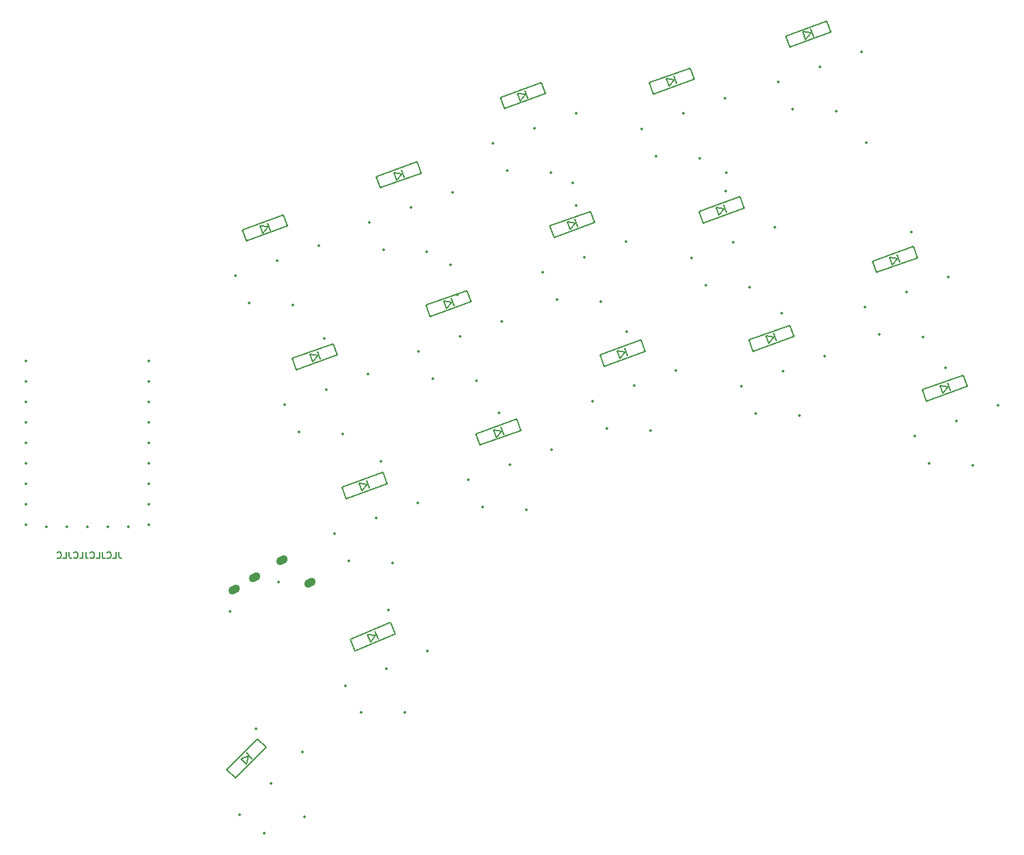
<source format=gbo>
%TF.GenerationSoftware,KiCad,Pcbnew,(6.0.11)*%
%TF.CreationDate,2024-04-13T23:14:31+09:00*%
%TF.ProjectId,haqua34_right,68617175-6133-4345-9f72-696768742e6b,rev?*%
%TF.SameCoordinates,Original*%
%TF.FileFunction,Legend,Bot*%
%TF.FilePolarity,Positive*%
%FSLAX46Y46*%
G04 Gerber Fmt 4.6, Leading zero omitted, Abs format (unit mm)*
G04 Created by KiCad (PCBNEW (6.0.11)) date 2024-04-13 23:14:31*
%MOMM*%
%LPD*%
G01*
G04 APERTURE LIST*
G04 Aperture macros list*
%AMHorizOval*
0 Thick line with rounded ends*
0 $1 width*
0 $2 $3 position (X,Y) of the first rounded end (center of the circle)*
0 $4 $5 position (X,Y) of the second rounded end (center of the circle)*
0 Add line between two ends*
20,1,$1,$2,$3,$4,$5,0*
0 Add two circle primitives to create the rounded ends*
1,1,$1,$2,$3*
1,1,$1,$4,$5*%
G04 Aperture macros list end*
%ADD10C,0.200000*%
%ADD11C,0.150000*%
%ADD12C,0.350000*%
%ADD13HorizOval,1.000000X0.213160X0.130625X-0.213160X-0.130625X0*%
G04 APERTURE END LIST*
D10*
X40845238Y-91861904D02*
X40845238Y-92433333D01*
X40883333Y-92547619D01*
X40959523Y-92623809D01*
X41073809Y-92661904D01*
X41150000Y-92661904D01*
X40083333Y-92661904D02*
X40464285Y-92661904D01*
X40464285Y-91861904D01*
X39359523Y-92585714D02*
X39397619Y-92623809D01*
X39511904Y-92661904D01*
X39588095Y-92661904D01*
X39702380Y-92623809D01*
X39778571Y-92547619D01*
X39816666Y-92471428D01*
X39854761Y-92319047D01*
X39854761Y-92204761D01*
X39816666Y-92052380D01*
X39778571Y-91976190D01*
X39702380Y-91900000D01*
X39588095Y-91861904D01*
X39511904Y-91861904D01*
X39397619Y-91900000D01*
X39359523Y-91938095D01*
X38788095Y-91861904D02*
X38788095Y-92433333D01*
X38826190Y-92547619D01*
X38902380Y-92623809D01*
X39016666Y-92661904D01*
X39092857Y-92661904D01*
X38026190Y-92661904D02*
X38407142Y-92661904D01*
X38407142Y-91861904D01*
X37302380Y-92585714D02*
X37340476Y-92623809D01*
X37454761Y-92661904D01*
X37530952Y-92661904D01*
X37645238Y-92623809D01*
X37721428Y-92547619D01*
X37759523Y-92471428D01*
X37797619Y-92319047D01*
X37797619Y-92204761D01*
X37759523Y-92052380D01*
X37721428Y-91976190D01*
X37645238Y-91900000D01*
X37530952Y-91861904D01*
X37454761Y-91861904D01*
X37340476Y-91900000D01*
X37302380Y-91938095D01*
X36730952Y-91861904D02*
X36730952Y-92433333D01*
X36769047Y-92547619D01*
X36845238Y-92623809D01*
X36959523Y-92661904D01*
X37035714Y-92661904D01*
X35969047Y-92661904D02*
X36350000Y-92661904D01*
X36350000Y-91861904D01*
X35245238Y-92585714D02*
X35283333Y-92623809D01*
X35397619Y-92661904D01*
X35473809Y-92661904D01*
X35588095Y-92623809D01*
X35664285Y-92547619D01*
X35702380Y-92471428D01*
X35740476Y-92319047D01*
X35740476Y-92204761D01*
X35702380Y-92052380D01*
X35664285Y-91976190D01*
X35588095Y-91900000D01*
X35473809Y-91861904D01*
X35397619Y-91861904D01*
X35283333Y-91900000D01*
X35245238Y-91938095D01*
X34673809Y-91861904D02*
X34673809Y-92433333D01*
X34711904Y-92547619D01*
X34788095Y-92623809D01*
X34902380Y-92661904D01*
X34978571Y-92661904D01*
X33911904Y-92661904D02*
X34292857Y-92661904D01*
X34292857Y-91861904D01*
X33188095Y-92585714D02*
X33226190Y-92623809D01*
X33340476Y-92661904D01*
X33416666Y-92661904D01*
X33530952Y-92623809D01*
X33607142Y-92547619D01*
X33645238Y-92471428D01*
X33683333Y-92319047D01*
X33683333Y-92204761D01*
X33645238Y-92052380D01*
X33607142Y-91976190D01*
X33530952Y-91900000D01*
X33416666Y-91861904D01*
X33340476Y-91861904D01*
X33226190Y-91900000D01*
X33188095Y-91938095D01*
D11*
%TO.C,D2*%
X75258210Y-45722942D02*
X74916190Y-44783250D01*
X73276391Y-46710310D02*
X78350731Y-44863401D01*
X72763361Y-45300771D02*
X73276391Y-46710310D01*
X78350731Y-44863401D02*
X77837701Y-43453862D01*
X74916190Y-44783250D02*
X75932923Y-44945278D01*
X77837701Y-43453862D02*
X72763361Y-45300771D01*
X76197902Y-45380922D02*
X75855882Y-44441230D01*
X75932923Y-44945278D02*
X75258210Y-45722942D01*
%TO.C,D9*%
X115258210Y-50072942D02*
X114916190Y-49133250D01*
X112763361Y-49650771D02*
X113276391Y-51060310D01*
X114916190Y-49133250D02*
X115932923Y-49295278D01*
X113276391Y-51060310D02*
X118350731Y-49213401D01*
X118350731Y-49213401D02*
X117837701Y-47803862D01*
X116197902Y-49730922D02*
X115855882Y-48791230D01*
X115932923Y-49295278D02*
X115258210Y-50072942D01*
X117837701Y-47803862D02*
X112763361Y-49650771D01*
%TO.C,D10*%
X139330655Y-53946776D02*
X134256315Y-55793685D01*
X139843685Y-55356315D02*
X139330655Y-53946776D01*
X136409144Y-55276164D02*
X137425877Y-55438192D01*
X137690856Y-55873836D02*
X137348836Y-54934144D01*
X137425877Y-55438192D02*
X136751164Y-56215856D01*
X136751164Y-56215856D02*
X136409144Y-55276164D01*
X134769345Y-57203224D02*
X139843685Y-55356315D01*
X134256315Y-55793685D02*
X134769345Y-57203224D01*
%TO.C,D8*%
X94281315Y-51443685D02*
X94794345Y-52853224D01*
X99355655Y-49596776D02*
X94281315Y-51443685D01*
X96434144Y-50926164D02*
X97450877Y-51088192D01*
X94794345Y-52853224D02*
X99868685Y-51006315D01*
X96776164Y-51865856D02*
X96434144Y-50926164D01*
X99868685Y-51006315D02*
X99355655Y-49596776D01*
X97715856Y-51523836D02*
X97373836Y-50584144D01*
X97450877Y-51088192D02*
X96776164Y-51865856D01*
%TO.C,D13*%
X106068685Y-66981315D02*
X105555655Y-65571776D01*
X103650877Y-67063192D02*
X102976164Y-67840856D01*
X105555655Y-65571776D02*
X100481315Y-67418685D01*
X102976164Y-67840856D02*
X102634144Y-66901164D01*
X103915856Y-67498836D02*
X103573836Y-66559144D01*
X100994345Y-68828224D02*
X106068685Y-66981315D01*
X100481315Y-67418685D02*
X100994345Y-68828224D01*
X102634144Y-66901164D02*
X103650877Y-67063192D01*
%TO.C,D6*%
X64826164Y-68290856D02*
X64484144Y-67351164D01*
X65500877Y-67513192D02*
X64826164Y-68290856D01*
X62844345Y-69278224D02*
X67918685Y-67431315D01*
X67918685Y-67431315D02*
X67405655Y-66021776D01*
X65765856Y-67948836D02*
X65423836Y-67009144D01*
X64484144Y-67351164D02*
X65500877Y-67513192D01*
X67405655Y-66021776D02*
X62331315Y-67868685D01*
X62331315Y-67868685D02*
X62844345Y-69278224D01*
%TO.C,D3*%
X93205655Y-33621776D02*
X88131315Y-35468685D01*
X91300877Y-35113192D02*
X90626164Y-35890856D01*
X88644345Y-36878224D02*
X93718685Y-35031315D01*
X90284144Y-34951164D02*
X91300877Y-35113192D01*
X90626164Y-35890856D02*
X90284144Y-34951164D01*
X88131315Y-35468685D02*
X88644345Y-36878224D01*
X91565856Y-35548836D02*
X91223836Y-34609144D01*
X93718685Y-35031315D02*
X93205655Y-33621776D01*
%TO.C,D15*%
X140994345Y-73178224D02*
X146068685Y-71331315D01*
X142976164Y-72190856D02*
X142634144Y-71251164D01*
X143650877Y-71413192D02*
X142976164Y-72190856D01*
X146068685Y-71331315D02*
X145555655Y-69921776D01*
X140481315Y-71768685D02*
X140994345Y-73178224D01*
X142634144Y-71251164D02*
X143650877Y-71413192D01*
X143915856Y-71848836D02*
X143573836Y-70909144D01*
X145555655Y-69921776D02*
X140481315Y-71768685D01*
%TO.C,D11*%
X71650877Y-83488192D02*
X70976164Y-84265856D01*
X74068685Y-83406315D02*
X73555655Y-81996776D01*
X73555655Y-81996776D02*
X68481315Y-83843685D01*
X71915856Y-83923836D02*
X71573836Y-82984144D01*
X70976164Y-84265856D02*
X70634144Y-83326164D01*
X68481315Y-83843685D02*
X68994345Y-85253224D01*
X68994345Y-85253224D02*
X74068685Y-83406315D01*
X70634144Y-83326164D02*
X71650877Y-83488192D01*
%TO.C,D4*%
X106581315Y-33668685D02*
X107094345Y-35078224D01*
X111655655Y-31821776D02*
X106581315Y-33668685D01*
X112168685Y-33231315D02*
X111655655Y-31821776D01*
X109076164Y-34090856D02*
X108734144Y-33151164D01*
X108734144Y-33151164D02*
X109750877Y-33313192D01*
X109750877Y-33313192D02*
X109076164Y-34090856D01*
X110015856Y-33748836D02*
X109673836Y-32809144D01*
X107094345Y-35078224D02*
X112168685Y-33231315D01*
%TO.C,D1*%
X56669345Y-53303224D02*
X61743685Y-51456315D01*
X58651164Y-52315856D02*
X58309144Y-51376164D01*
X61230655Y-50046776D02*
X56156315Y-51893685D01*
X56156315Y-51893685D02*
X56669345Y-53303224D01*
X61743685Y-51456315D02*
X61230655Y-50046776D01*
X59590856Y-51973836D02*
X59248836Y-51034144D01*
X59325877Y-51538192D02*
X58651164Y-52315856D01*
X58309144Y-51376164D02*
X59325877Y-51538192D01*
%TO.C,D7*%
X84518685Y-60831315D02*
X84005655Y-59421776D01*
X81084144Y-60751164D02*
X82100877Y-60913192D01*
X78931315Y-61268685D02*
X79444345Y-62678224D01*
X81426164Y-61690856D02*
X81084144Y-60751164D01*
X84005655Y-59421776D02*
X78931315Y-61268685D01*
X82100877Y-60913192D02*
X81426164Y-61690856D01*
X79444345Y-62678224D02*
X84518685Y-60831315D01*
X82365856Y-61348836D02*
X82023836Y-60409144D01*
%TO.C,D14*%
X121426164Y-66015856D02*
X121084144Y-65076164D01*
X124518685Y-65156315D02*
X124005655Y-63746776D01*
X118931315Y-65593685D02*
X119444345Y-67003224D01*
X124005655Y-63746776D02*
X118931315Y-65593685D01*
X121084144Y-65076164D02*
X122100877Y-65238192D01*
X122100877Y-65238192D02*
X121426164Y-66015856D01*
X119444345Y-67003224D02*
X124518685Y-65156315D01*
X122365856Y-65673836D02*
X122023836Y-64734144D01*
%TO.C,D17*%
X71669382Y-102110113D02*
X72693202Y-102218708D01*
X75103411Y-102010405D02*
X74517315Y-100629647D01*
X72060113Y-103030618D02*
X71669382Y-102110113D01*
X70132685Y-104120353D02*
X75103411Y-102010405D01*
X69546589Y-102739595D02*
X70132685Y-104120353D01*
X72693202Y-102218708D02*
X72060113Y-103030618D01*
X72980618Y-102639887D02*
X72589887Y-101719382D01*
X74517315Y-100629647D02*
X69546589Y-102739595D01*
%TO.C,D16*%
X58028858Y-115060482D02*
X54210482Y-118878858D01*
X59089518Y-116121142D02*
X58028858Y-115060482D01*
X57357107Y-117500000D02*
X56650000Y-116792893D01*
X56650000Y-118207107D02*
X55942893Y-117500000D01*
X55942893Y-117500000D02*
X56932843Y-117217157D01*
X56932843Y-117217157D02*
X56650000Y-118207107D01*
X54210482Y-118878858D02*
X55271142Y-119939518D01*
X55271142Y-119939518D02*
X59089518Y-116121142D01*
%TO.C,D12*%
X85619345Y-78628224D02*
X90693685Y-76781315D01*
X87259144Y-76701164D02*
X88275877Y-76863192D01*
X88275877Y-76863192D02*
X87601164Y-77640856D01*
X90693685Y-76781315D02*
X90180655Y-75371776D01*
X90180655Y-75371776D02*
X85106315Y-77218685D01*
X88540856Y-77298836D02*
X88198836Y-76359144D01*
X87601164Y-77640856D02*
X87259144Y-76701164D01*
X85106315Y-77218685D02*
X85619345Y-78628224D01*
%TO.C,D5*%
X123531315Y-27843685D02*
X124044345Y-29253224D01*
X126026164Y-28265856D02*
X125684144Y-27326164D01*
X128605655Y-25996776D02*
X123531315Y-27843685D01*
X126700877Y-27488192D02*
X126026164Y-28265856D01*
X124044345Y-29253224D02*
X129118685Y-27406315D01*
X129118685Y-27406315D02*
X128605655Y-25996776D01*
X126965856Y-27923836D02*
X126623836Y-26984144D01*
X125684144Y-27326164D02*
X126700877Y-27488192D01*
%TD*%
D12*
X97564597Y-48914597D03*
X82825000Y-59975000D03*
X66264596Y-65414596D03*
X116075000Y-47075000D03*
X139100000Y-52150000D03*
X88000000Y-74575000D03*
X123000000Y-62250000D03*
X143325000Y-69025000D03*
X103775000Y-64575000D03*
X73325000Y-80650000D03*
X74225000Y-99075000D03*
X57800000Y-113825000D03*
X97125000Y-46100000D03*
X116175000Y-44775000D03*
X133550000Y-41050000D03*
X81975000Y-56200000D03*
X105683534Y-39363704D03*
X116020152Y-35601482D03*
X110851843Y-37482593D03*
X112869762Y-43026779D03*
X107453056Y-42763526D03*
X144725000Y-75600000D03*
X139556691Y-77481111D03*
X149893309Y-73718889D03*
X146742919Y-81144186D03*
X141326213Y-80880933D03*
X60625000Y-95625000D03*
X54656519Y-99282490D03*
D13*
X64535960Y-95691299D03*
X55094025Y-96551448D03*
X57651945Y-94983953D03*
X61062506Y-92893958D03*
D12*
X92400000Y-39300000D03*
X87231691Y-41181111D03*
X97568309Y-37418889D03*
X94417919Y-44844186D03*
X89001213Y-44580933D03*
X63567374Y-116664200D03*
X55789200Y-124442374D03*
X59678287Y-120553287D03*
X63850217Y-124725217D03*
X58829759Y-126775827D03*
X93383534Y-57163704D03*
X98551843Y-55282593D03*
X103720152Y-53401482D03*
X100569762Y-60826779D03*
X95153056Y-60563526D03*
X143695152Y-57751482D03*
X138526843Y-59632593D03*
X133358534Y-61513704D03*
X140544762Y-65176779D03*
X135128056Y-64913526D03*
X132945152Y-29801482D03*
X127776843Y-31682593D03*
X122608534Y-33563704D03*
X129794762Y-37226779D03*
X124378056Y-36963526D03*
X117025000Y-53475000D03*
X122193309Y-51593889D03*
X111856691Y-55356111D03*
X119042919Y-59019186D03*
X113626213Y-58755933D03*
X78008534Y-66988704D03*
X88345152Y-63226482D03*
X83176843Y-65107593D03*
X85194762Y-70651779D03*
X79778056Y-70388526D03*
X89351843Y-81057593D03*
X94520152Y-79176482D03*
X84183534Y-82938704D03*
X91369762Y-86601779D03*
X85953056Y-86338526D03*
X104726843Y-71257593D03*
X99558534Y-73138704D03*
X109895152Y-69376482D03*
X106744762Y-76801779D03*
X101328056Y-76538526D03*
X44524000Y-68190000D03*
X44524000Y-70730000D03*
X44524000Y-73270000D03*
X44524000Y-75810000D03*
X44524000Y-78350000D03*
X44524000Y-80890000D03*
X44524000Y-83430000D03*
X44524000Y-85970000D03*
X44524000Y-88510000D03*
X41984000Y-88720000D03*
X39444000Y-88720000D03*
X36904000Y-88720000D03*
X34364000Y-88720000D03*
X31824000Y-88720000D03*
X29284000Y-88510000D03*
X29284000Y-85970000D03*
X29284000Y-83430000D03*
X29284000Y-80890000D03*
X29284000Y-78350000D03*
X29284000Y-75810000D03*
X29284000Y-73270000D03*
X29284000Y-70730000D03*
X29284000Y-68190000D03*
X68937223Y-108499021D03*
X74000000Y-106350000D03*
X79062777Y-104200979D03*
X76305314Y-111780979D03*
X70882254Y-111801574D03*
X77025000Y-49125000D03*
X71856691Y-51006111D03*
X82193309Y-47243889D03*
X79042919Y-54669186D03*
X73626213Y-54405933D03*
X65593309Y-53843889D03*
X55256691Y-57606111D03*
X60425000Y-55725000D03*
X62442919Y-61269186D03*
X57026213Y-61005933D03*
X128345152Y-67551482D03*
X123176843Y-69432593D03*
X118008534Y-71313704D03*
X125194762Y-74976779D03*
X119778056Y-74713526D03*
X61408534Y-73588704D03*
X66576843Y-71707593D03*
X71745152Y-69826482D03*
X68594762Y-77251779D03*
X63178056Y-76988526D03*
X67558534Y-89563704D03*
X77895152Y-85801482D03*
X72726843Y-87682593D03*
X74744762Y-93226779D03*
X69328056Y-92963526D03*
M02*

</source>
